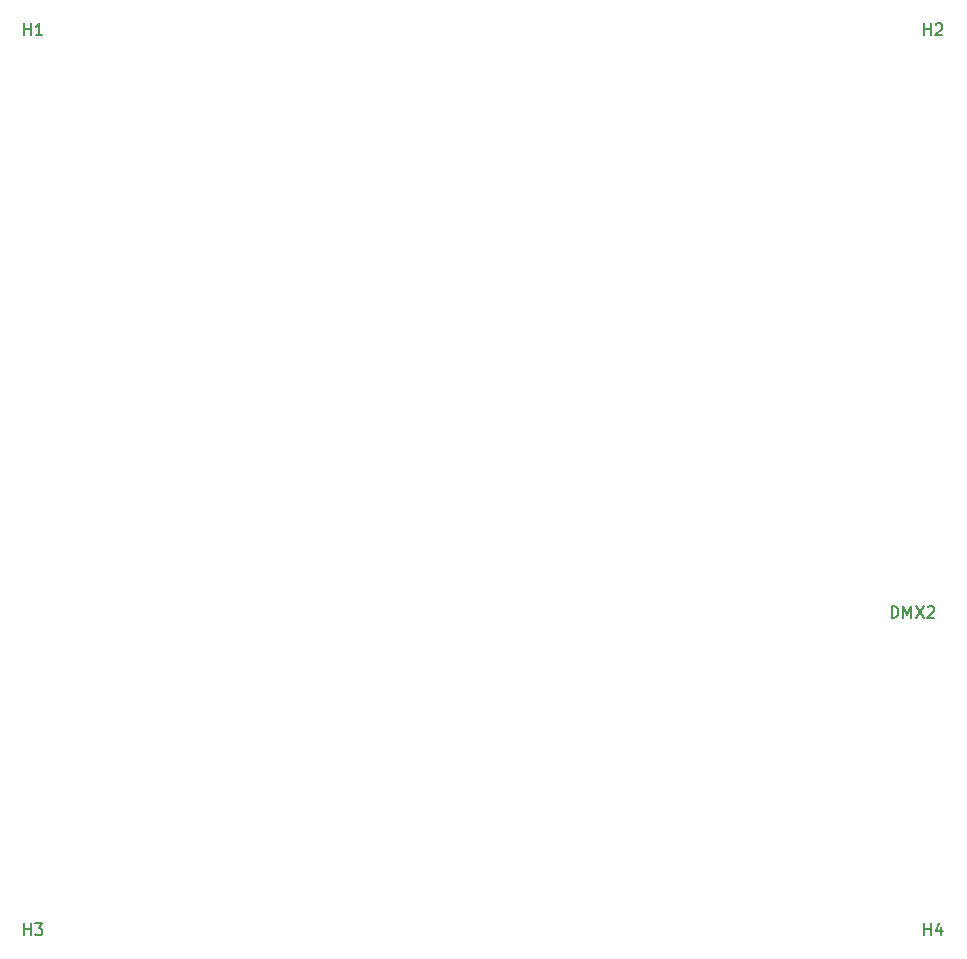
<source format=gbr>
G04 #@! TF.GenerationSoftware,KiCad,Pcbnew,(5.1.9)-1*
G04 #@! TF.CreationDate,2021-05-12T23:26:12-04:00*
G04 #@! TF.ProjectId,ESP32_Controller,45535033-325f-4436-9f6e-74726f6c6c65,v1.2*
G04 #@! TF.SameCoordinates,Original*
G04 #@! TF.FileFunction,OtherDrawing,Comment*
%FSLAX46Y46*%
G04 Gerber Fmt 4.6, Leading zero omitted, Abs format (unit mm)*
G04 Created by KiCad (PCBNEW (5.1.9)-1) date 2021-05-12 23:26:12*
%MOMM*%
%LPD*%
G01*
G04 APERTURE LIST*
%ADD10C,0.150000*%
G04 APERTURE END LIST*
D10*
X192587785Y-96591380D02*
X192587785Y-95591380D01*
X192825880Y-95591380D01*
X192968738Y-95639000D01*
X193063976Y-95734238D01*
X193111595Y-95829476D01*
X193159214Y-96019952D01*
X193159214Y-96162809D01*
X193111595Y-96353285D01*
X193063976Y-96448523D01*
X192968738Y-96543761D01*
X192825880Y-96591380D01*
X192587785Y-96591380D01*
X193587785Y-96591380D02*
X193587785Y-95591380D01*
X193921119Y-96305666D01*
X194254452Y-95591380D01*
X194254452Y-96591380D01*
X194635404Y-95591380D02*
X195302071Y-96591380D01*
X195302071Y-95591380D02*
X194635404Y-96591380D01*
X195635404Y-95686619D02*
X195683023Y-95639000D01*
X195778261Y-95591380D01*
X196016357Y-95591380D01*
X196111595Y-95639000D01*
X196159214Y-95686619D01*
X196206833Y-95781857D01*
X196206833Y-95877095D01*
X196159214Y-96019952D01*
X195587785Y-96591380D01*
X196206833Y-96591380D01*
X119126095Y-47260380D02*
X119126095Y-46260380D01*
X119126095Y-46736571D02*
X119697523Y-46736571D01*
X119697523Y-47260380D02*
X119697523Y-46260380D01*
X120697523Y-47260380D02*
X120126095Y-47260380D01*
X120411809Y-47260380D02*
X120411809Y-46260380D01*
X120316571Y-46403238D01*
X120221333Y-46498476D01*
X120126095Y-46546095D01*
X119126095Y-123460380D02*
X119126095Y-122460380D01*
X119126095Y-122936571D02*
X119697523Y-122936571D01*
X119697523Y-123460380D02*
X119697523Y-122460380D01*
X120078476Y-122460380D02*
X120697523Y-122460380D01*
X120364190Y-122841333D01*
X120507047Y-122841333D01*
X120602285Y-122888952D01*
X120649904Y-122936571D01*
X120697523Y-123031809D01*
X120697523Y-123269904D01*
X120649904Y-123365142D01*
X120602285Y-123412761D01*
X120507047Y-123460380D01*
X120221333Y-123460380D01*
X120126095Y-123412761D01*
X120078476Y-123365142D01*
X195326095Y-47260380D02*
X195326095Y-46260380D01*
X195326095Y-46736571D02*
X195897523Y-46736571D01*
X195897523Y-47260380D02*
X195897523Y-46260380D01*
X196326095Y-46355619D02*
X196373714Y-46308000D01*
X196468952Y-46260380D01*
X196707047Y-46260380D01*
X196802285Y-46308000D01*
X196849904Y-46355619D01*
X196897523Y-46450857D01*
X196897523Y-46546095D01*
X196849904Y-46688952D01*
X196278476Y-47260380D01*
X196897523Y-47260380D01*
X195326095Y-123460380D02*
X195326095Y-122460380D01*
X195326095Y-122936571D02*
X195897523Y-122936571D01*
X195897523Y-123460380D02*
X195897523Y-122460380D01*
X196802285Y-122793714D02*
X196802285Y-123460380D01*
X196564190Y-122412761D02*
X196326095Y-123127047D01*
X196945142Y-123127047D01*
M02*

</source>
